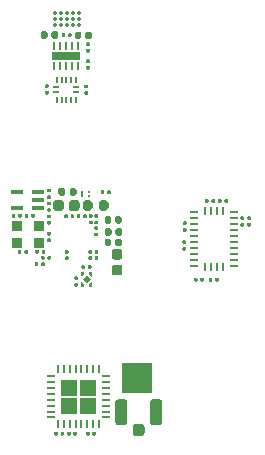
<source format=gbr>
G04 #@! TF.GenerationSoftware,KiCad,Pcbnew,(5.1.6)-1*
G04 #@! TF.CreationDate,2020-11-17T19:43:21-08:00*
G04 #@! TF.ProjectId,Miniscope-v4-Rigid-Flex,4d696e69-7363-46f7-9065-2d76342d5269,rev?*
G04 #@! TF.SameCoordinates,Original*
G04 #@! TF.FileFunction,Paste,Top*
G04 #@! TF.FilePolarity,Positive*
%FSLAX46Y46*%
G04 Gerber Fmt 4.6, Leading zero omitted, Abs format (unit mm)*
G04 Created by KiCad (PCBNEW (5.1.6)-1) date 2020-11-17 19:43:21*
%MOMM*%
%LPD*%
G01*
G04 APERTURE LIST*
%ADD10C,0.100000*%
%ADD11R,2.500000X2.500000*%
%ADD12R,0.680000X0.260000*%
%ADD13R,0.260000X0.680000*%
%ADD14R,1.350000X1.350000*%
%ADD15R,0.254000X0.675000*%
%ADD16R,0.675000X0.254000*%
%ADD17R,0.990000X0.340000*%
%ADD18R,0.880000X0.830000*%
%ADD19R,0.280000X0.170000*%
%ADD20R,0.280000X0.520000*%
%ADD21R,0.610000X0.220000*%
%ADD22R,0.220000X0.610000*%
%ADD23R,0.270000X0.640000*%
%ADD24R,2.390000X0.640000*%
%ADD25C,0.350000*%
G04 APERTURE END LIST*
D10*
G36*
X105631600Y-117442600D02*
G01*
X105811600Y-117262600D01*
X105881600Y-117262600D01*
X105881600Y-117662600D01*
X105631600Y-117662600D01*
X105631600Y-117442600D01*
G37*
G36*
X105231600Y-116582600D02*
G01*
X105051600Y-116762600D01*
X104981600Y-116762600D01*
X104981600Y-116362600D01*
X105231600Y-116362600D01*
X105231600Y-116582600D01*
G37*
G36*
X104981600Y-117262600D02*
G01*
X105051600Y-117262600D01*
X105231600Y-117442600D01*
X105231600Y-117662600D01*
X104981600Y-117662600D01*
X104981600Y-117262600D01*
G37*
G36*
X105881600Y-116832600D02*
G01*
X105631600Y-116582600D01*
X105631600Y-116362600D01*
X105881600Y-116362600D01*
X105881600Y-116832600D01*
G37*
G36*
X105431600Y-116673189D02*
G01*
X105771011Y-117012600D01*
X105431600Y-117352011D01*
X105092189Y-117012600D01*
X105431600Y-116673189D01*
G37*
G36*
G01*
X105836200Y-115878700D02*
X105836200Y-116063700D01*
G75*
G02*
X105758700Y-116141200I-77500J0D01*
G01*
X105603700Y-116141200D01*
G75*
G02*
X105526200Y-116063700I0J77500D01*
G01*
X105526200Y-115878700D01*
G75*
G02*
X105603700Y-115801200I77500J0D01*
G01*
X105758700Y-115801200D01*
G75*
G02*
X105836200Y-115878700I0J-77500D01*
G01*
G37*
G36*
G01*
X105286200Y-115878700D02*
X105286200Y-116063700D01*
G75*
G02*
X105208700Y-116141200I-77500J0D01*
G01*
X105053700Y-116141200D01*
G75*
G02*
X104976200Y-116063700I0J77500D01*
G01*
X104976200Y-115878700D01*
G75*
G02*
X105053700Y-115801200I77500J0D01*
G01*
X105208700Y-115801200D01*
G75*
G02*
X105286200Y-115878700I0J-77500D01*
G01*
G37*
G36*
G01*
X104635100Y-117070400D02*
X104450100Y-117070400D01*
G75*
G02*
X104372600Y-116992900I0J77500D01*
G01*
X104372600Y-116837900D01*
G75*
G02*
X104450100Y-116760400I77500J0D01*
G01*
X104635100Y-116760400D01*
G75*
G02*
X104712600Y-116837900I0J-77500D01*
G01*
X104712600Y-116992900D01*
G75*
G02*
X104635100Y-117070400I-77500J0D01*
G01*
G37*
G36*
G01*
X104635100Y-117620400D02*
X104450100Y-117620400D01*
G75*
G02*
X104372600Y-117542900I0J77500D01*
G01*
X104372600Y-117387900D01*
G75*
G02*
X104450100Y-117310400I77500J0D01*
G01*
X104635100Y-117310400D01*
G75*
G02*
X104712600Y-117387900I0J-77500D01*
G01*
X104712600Y-117542900D01*
G75*
G02*
X104635100Y-117620400I-77500J0D01*
G01*
G37*
G36*
G01*
X114811200Y-116945500D02*
X114811200Y-117130500D01*
G75*
G02*
X114733700Y-117208000I-77500J0D01*
G01*
X114578700Y-117208000D01*
G75*
G02*
X114501200Y-117130500I0J77500D01*
G01*
X114501200Y-116945500D01*
G75*
G02*
X114578700Y-116868000I77500J0D01*
G01*
X114733700Y-116868000D01*
G75*
G02*
X114811200Y-116945500I0J-77500D01*
G01*
G37*
G36*
G01*
X115361200Y-116945500D02*
X115361200Y-117130500D01*
G75*
G02*
X115283700Y-117208000I-77500J0D01*
G01*
X115128700Y-117208000D01*
G75*
G02*
X115051200Y-117130500I0J77500D01*
G01*
X115051200Y-116945500D01*
G75*
G02*
X115128700Y-116868000I77500J0D01*
G01*
X115283700Y-116868000D01*
G75*
G02*
X115361200Y-116945500I0J-77500D01*
G01*
G37*
G36*
G01*
X116295800Y-117130500D02*
X116295800Y-116945500D01*
G75*
G02*
X116373300Y-116868000I77500J0D01*
G01*
X116528300Y-116868000D01*
G75*
G02*
X116605800Y-116945500I0J-77500D01*
G01*
X116605800Y-117130500D01*
G75*
G02*
X116528300Y-117208000I-77500J0D01*
G01*
X116373300Y-117208000D01*
G75*
G02*
X116295800Y-117130500I0J77500D01*
G01*
G37*
G36*
G01*
X115745800Y-117130500D02*
X115745800Y-116945500D01*
G75*
G02*
X115823300Y-116868000I77500J0D01*
G01*
X115978300Y-116868000D01*
G75*
G02*
X116055800Y-116945500I0J-77500D01*
G01*
X116055800Y-117130500D01*
G75*
G02*
X115978300Y-117208000I-77500J0D01*
G01*
X115823300Y-117208000D01*
G75*
G02*
X115745800Y-117130500I0J77500D01*
G01*
G37*
G36*
G01*
X102668600Y-130149900D02*
X102668600Y-129964900D01*
G75*
G02*
X102746100Y-129887400I77500J0D01*
G01*
X102901100Y-129887400D01*
G75*
G02*
X102978600Y-129964900I0J-77500D01*
G01*
X102978600Y-130149900D01*
G75*
G02*
X102901100Y-130227400I-77500J0D01*
G01*
X102746100Y-130227400D01*
G75*
G02*
X102668600Y-130149900I0J77500D01*
G01*
G37*
G36*
G01*
X103218600Y-130149900D02*
X103218600Y-129964900D01*
G75*
G02*
X103296100Y-129887400I77500J0D01*
G01*
X103451100Y-129887400D01*
G75*
G02*
X103528600Y-129964900I0J-77500D01*
G01*
X103528600Y-130149900D01*
G75*
G02*
X103451100Y-130227400I-77500J0D01*
G01*
X103296100Y-130227400D01*
G75*
G02*
X103218600Y-130149900I0J77500D01*
G01*
G37*
D11*
X109677400Y-125386600D03*
D12*
X102401800Y-125198400D03*
X102401800Y-125698400D03*
X102401800Y-126198400D03*
X102401800Y-126698400D03*
X102401800Y-127198400D03*
X102401800Y-127698400D03*
X102401800Y-128198400D03*
X102401800Y-128698400D03*
D13*
X102986800Y-129283400D03*
X103486800Y-129283400D03*
X103986800Y-129283400D03*
X104486800Y-129283400D03*
X104986800Y-129283400D03*
X105486800Y-129283400D03*
X105986800Y-129283400D03*
X106486800Y-129283400D03*
D12*
X107071800Y-128698400D03*
X107071800Y-128198400D03*
X107071800Y-127698400D03*
X107071800Y-127198400D03*
X107071800Y-126698400D03*
X107071800Y-126198400D03*
X107071800Y-125698400D03*
X107071800Y-125198400D03*
D13*
X106486800Y-124613400D03*
X105986800Y-124613400D03*
X105486800Y-124613400D03*
X104986800Y-124613400D03*
X104486800Y-124613400D03*
X103986800Y-124613400D03*
X103486800Y-124613400D03*
X102986800Y-124613400D03*
D14*
X103961800Y-127723400D03*
X105511800Y-127723400D03*
X103961800Y-126173400D03*
X105511800Y-126173400D03*
G36*
G01*
X109329800Y-130034300D02*
X109329800Y-129484300D01*
G75*
G02*
X109579800Y-129234300I250000J0D01*
G01*
X110079800Y-129234300D01*
G75*
G02*
X110329800Y-129484300I0J-250000D01*
G01*
X110329800Y-130034300D01*
G75*
G02*
X110079800Y-130284300I-250000J0D01*
G01*
X109579800Y-130284300D01*
G75*
G02*
X109329800Y-130034300I0J250000D01*
G01*
G37*
G36*
G01*
X107829800Y-129094300D02*
X107829800Y-127419300D01*
G75*
G02*
X108092300Y-127156800I262500J0D01*
G01*
X108617300Y-127156800D01*
G75*
G02*
X108879800Y-127419300I0J-262500D01*
G01*
X108879800Y-129094300D01*
G75*
G02*
X108617300Y-129356800I-262500J0D01*
G01*
X108092300Y-129356800D01*
G75*
G02*
X107829800Y-129094300I0J262500D01*
G01*
G37*
G36*
G01*
X110779800Y-129094300D02*
X110779800Y-127419300D01*
G75*
G02*
X111042300Y-127156800I262500J0D01*
G01*
X111567300Y-127156800D01*
G75*
G02*
X111829800Y-127419300I0J-262500D01*
G01*
X111829800Y-129094300D01*
G75*
G02*
X111567300Y-129356800I-262500J0D01*
G01*
X111042300Y-129356800D01*
G75*
G02*
X110779800Y-129094300I0J262500D01*
G01*
G37*
G36*
G01*
X117393200Y-110281300D02*
X117393200Y-110466300D01*
G75*
G02*
X117315700Y-110543800I-77500J0D01*
G01*
X117160700Y-110543800D01*
G75*
G02*
X117083200Y-110466300I0J77500D01*
G01*
X117083200Y-110281300D01*
G75*
G02*
X117160700Y-110203800I77500J0D01*
G01*
X117315700Y-110203800D01*
G75*
G02*
X117393200Y-110281300I0J-77500D01*
G01*
G37*
G36*
G01*
X116843200Y-110281300D02*
X116843200Y-110466300D01*
G75*
G02*
X116765700Y-110543800I-77500J0D01*
G01*
X116610700Y-110543800D01*
G75*
G02*
X116533200Y-110466300I0J77500D01*
G01*
X116533200Y-110281300D01*
G75*
G02*
X116610700Y-110203800I77500J0D01*
G01*
X116765700Y-110203800D01*
G75*
G02*
X116843200Y-110281300I0J-77500D01*
G01*
G37*
G36*
G01*
X118506700Y-111673800D02*
X118691700Y-111673800D01*
G75*
G02*
X118769200Y-111751300I0J-77500D01*
G01*
X118769200Y-111906300D01*
G75*
G02*
X118691700Y-111983800I-77500J0D01*
G01*
X118506700Y-111983800D01*
G75*
G02*
X118429200Y-111906300I0J77500D01*
G01*
X118429200Y-111751300D01*
G75*
G02*
X118506700Y-111673800I77500J0D01*
G01*
G37*
G36*
G01*
X118506700Y-112223800D02*
X118691700Y-112223800D01*
G75*
G02*
X118769200Y-112301300I0J-77500D01*
G01*
X118769200Y-112456300D01*
G75*
G02*
X118691700Y-112533800I-77500J0D01*
G01*
X118506700Y-112533800D01*
G75*
G02*
X118429200Y-112456300I0J77500D01*
G01*
X118429200Y-112301300D01*
G75*
G02*
X118506700Y-112223800I77500J0D01*
G01*
G37*
G36*
G01*
X119090900Y-111673800D02*
X119275900Y-111673800D01*
G75*
G02*
X119353400Y-111751300I0J-77500D01*
G01*
X119353400Y-111906300D01*
G75*
G02*
X119275900Y-111983800I-77500J0D01*
G01*
X119090900Y-111983800D01*
G75*
G02*
X119013400Y-111906300I0J77500D01*
G01*
X119013400Y-111751300D01*
G75*
G02*
X119090900Y-111673800I77500J0D01*
G01*
G37*
G36*
G01*
X119090900Y-112223800D02*
X119275900Y-112223800D01*
G75*
G02*
X119353400Y-112301300I0J-77500D01*
G01*
X119353400Y-112456300D01*
G75*
G02*
X119275900Y-112533800I-77500J0D01*
G01*
X119090900Y-112533800D01*
G75*
G02*
X119013400Y-112456300I0J77500D01*
G01*
X119013400Y-112301300D01*
G75*
G02*
X119090900Y-112223800I77500J0D01*
G01*
G37*
G36*
G01*
X116301000Y-110281300D02*
X116301000Y-110466300D01*
G75*
G02*
X116223500Y-110543800I-77500J0D01*
G01*
X116068500Y-110543800D01*
G75*
G02*
X115991000Y-110466300I0J77500D01*
G01*
X115991000Y-110281300D01*
G75*
G02*
X116068500Y-110203800I77500J0D01*
G01*
X116223500Y-110203800D01*
G75*
G02*
X116301000Y-110281300I0J-77500D01*
G01*
G37*
G36*
G01*
X115751000Y-110281300D02*
X115751000Y-110466300D01*
G75*
G02*
X115673500Y-110543800I-77500J0D01*
G01*
X115518500Y-110543800D01*
G75*
G02*
X115441000Y-110466300I0J77500D01*
G01*
X115441000Y-110281300D01*
G75*
G02*
X115518500Y-110203800I77500J0D01*
G01*
X115673500Y-110203800D01*
G75*
G02*
X115751000Y-110281300I0J-77500D01*
G01*
G37*
G36*
G01*
X113779100Y-114565800D02*
X113594100Y-114565800D01*
G75*
G02*
X113516600Y-114488300I0J77500D01*
G01*
X113516600Y-114333300D01*
G75*
G02*
X113594100Y-114255800I77500J0D01*
G01*
X113779100Y-114255800D01*
G75*
G02*
X113856600Y-114333300I0J-77500D01*
G01*
X113856600Y-114488300D01*
G75*
G02*
X113779100Y-114565800I-77500J0D01*
G01*
G37*
G36*
G01*
X113779100Y-114015800D02*
X113594100Y-114015800D01*
G75*
G02*
X113516600Y-113938300I0J77500D01*
G01*
X113516600Y-113783300D01*
G75*
G02*
X113594100Y-113705800I77500J0D01*
G01*
X113779100Y-113705800D01*
G75*
G02*
X113856600Y-113783300I0J-77500D01*
G01*
X113856600Y-113938300D01*
G75*
G02*
X113779100Y-114015800I-77500J0D01*
G01*
G37*
G36*
G01*
X113629900Y-112105600D02*
X113814900Y-112105600D01*
G75*
G02*
X113892400Y-112183100I0J-77500D01*
G01*
X113892400Y-112338100D01*
G75*
G02*
X113814900Y-112415600I-77500J0D01*
G01*
X113629900Y-112415600D01*
G75*
G02*
X113552400Y-112338100I0J77500D01*
G01*
X113552400Y-112183100D01*
G75*
G02*
X113629900Y-112105600I77500J0D01*
G01*
G37*
G36*
G01*
X113629900Y-112655600D02*
X113814900Y-112655600D01*
G75*
G02*
X113892400Y-112733100I0J-77500D01*
G01*
X113892400Y-112888100D01*
G75*
G02*
X113814900Y-112965600I-77500J0D01*
G01*
X113629900Y-112965600D01*
G75*
G02*
X113552400Y-112888100I0J77500D01*
G01*
X113552400Y-112733100D01*
G75*
G02*
X113629900Y-112655600I77500J0D01*
G01*
G37*
D15*
X115450200Y-115976100D03*
X115950200Y-115976100D03*
X116450200Y-115976100D03*
D16*
X114537700Y-115838600D03*
X114537700Y-115338600D03*
X114537700Y-114838600D03*
X114537700Y-114338600D03*
X114537700Y-113838600D03*
X114537700Y-113338600D03*
X114537700Y-112838600D03*
X114537700Y-112338600D03*
X114537700Y-111838600D03*
X117862700Y-115838600D03*
X117862700Y-115338600D03*
X117862700Y-114838600D03*
X117862700Y-114338600D03*
X117862700Y-113838600D03*
X117862700Y-113338600D03*
X117862700Y-112838600D03*
X117862700Y-112338600D03*
X117862700Y-111838600D03*
D15*
X115450200Y-111201100D03*
X115950200Y-111201100D03*
X116450200Y-111201100D03*
D16*
X117862700Y-111338600D03*
D15*
X116950200Y-111201100D03*
D16*
X114537700Y-111338600D03*
D15*
X116950200Y-115976100D03*
G36*
G01*
X105567000Y-114787100D02*
X105567000Y-114602100D01*
G75*
G02*
X105644500Y-114524600I77500J0D01*
G01*
X105799500Y-114524600D01*
G75*
G02*
X105877000Y-114602100I0J-77500D01*
G01*
X105877000Y-114787100D01*
G75*
G02*
X105799500Y-114864600I-77500J0D01*
G01*
X105644500Y-114864600D01*
G75*
G02*
X105567000Y-114787100I0J77500D01*
G01*
G37*
G36*
G01*
X106117000Y-114787100D02*
X106117000Y-114602100D01*
G75*
G02*
X106194500Y-114524600I77500J0D01*
G01*
X106349500Y-114524600D01*
G75*
G02*
X106427000Y-114602100I0J-77500D01*
G01*
X106427000Y-114787100D01*
G75*
G02*
X106349500Y-114864600I-77500J0D01*
G01*
X106194500Y-114864600D01*
G75*
G02*
X106117000Y-114787100I0J77500D01*
G01*
G37*
G36*
G01*
X106133100Y-112512000D02*
X106318100Y-112512000D01*
G75*
G02*
X106395600Y-112589500I0J-77500D01*
G01*
X106395600Y-112744500D01*
G75*
G02*
X106318100Y-112822000I-77500J0D01*
G01*
X106133100Y-112822000D01*
G75*
G02*
X106055600Y-112744500I0J77500D01*
G01*
X106055600Y-112589500D01*
G75*
G02*
X106133100Y-112512000I77500J0D01*
G01*
G37*
G36*
G01*
X106133100Y-113062000D02*
X106318100Y-113062000D01*
G75*
G02*
X106395600Y-113139500I0J-77500D01*
G01*
X106395600Y-113294500D01*
G75*
G02*
X106318100Y-113372000I-77500J0D01*
G01*
X106133100Y-113372000D01*
G75*
G02*
X106055600Y-113294500I0J77500D01*
G01*
X106055600Y-113139500D01*
G75*
G02*
X106133100Y-113062000I77500J0D01*
G01*
G37*
G36*
G01*
X105675900Y-111496000D02*
X105860900Y-111496000D01*
G75*
G02*
X105938400Y-111573500I0J-77500D01*
G01*
X105938400Y-111728500D01*
G75*
G02*
X105860900Y-111806000I-77500J0D01*
G01*
X105675900Y-111806000D01*
G75*
G02*
X105598400Y-111728500I0J77500D01*
G01*
X105598400Y-111573500D01*
G75*
G02*
X105675900Y-111496000I77500J0D01*
G01*
G37*
G36*
G01*
X105675900Y-112046000D02*
X105860900Y-112046000D01*
G75*
G02*
X105938400Y-112123500I0J-77500D01*
G01*
X105938400Y-112278500D01*
G75*
G02*
X105860900Y-112356000I-77500J0D01*
G01*
X105675900Y-112356000D01*
G75*
G02*
X105598400Y-112278500I0J77500D01*
G01*
X105598400Y-112123500D01*
G75*
G02*
X105675900Y-112046000I77500J0D01*
G01*
G37*
G36*
G01*
X106938400Y-112146800D02*
X106938400Y-111806800D01*
G75*
G02*
X107083400Y-111661800I145000J0D01*
G01*
X107373400Y-111661800D01*
G75*
G02*
X107518400Y-111806800I0J-145000D01*
G01*
X107518400Y-112146800D01*
G75*
G02*
X107373400Y-112291800I-145000J0D01*
G01*
X107083400Y-112291800D01*
G75*
G02*
X106938400Y-112146800I0J145000D01*
G01*
G37*
G36*
G01*
X107828400Y-112146800D02*
X107828400Y-111806800D01*
G75*
G02*
X107973400Y-111661800I145000J0D01*
G01*
X108263400Y-111661800D01*
G75*
G02*
X108408400Y-111806800I0J-145000D01*
G01*
X108408400Y-112146800D01*
G75*
G02*
X108263400Y-112291800I-145000J0D01*
G01*
X107973400Y-112291800D01*
G75*
G02*
X107828400Y-112146800I0J145000D01*
G01*
G37*
G36*
G01*
X101020400Y-115828500D02*
X101020400Y-115643500D01*
G75*
G02*
X101097900Y-115566000I77500J0D01*
G01*
X101252900Y-115566000D01*
G75*
G02*
X101330400Y-115643500I0J-77500D01*
G01*
X101330400Y-115828500D01*
G75*
G02*
X101252900Y-115906000I-77500J0D01*
G01*
X101097900Y-115906000D01*
G75*
G02*
X101020400Y-115828500I0J77500D01*
G01*
G37*
G36*
G01*
X101570400Y-115828500D02*
X101570400Y-115643500D01*
G75*
G02*
X101647900Y-115566000I77500J0D01*
G01*
X101802900Y-115566000D01*
G75*
G02*
X101880400Y-115643500I0J-77500D01*
G01*
X101880400Y-115828500D01*
G75*
G02*
X101802900Y-115906000I-77500J0D01*
G01*
X101647900Y-115906000D01*
G75*
G02*
X101570400Y-115828500I0J77500D01*
G01*
G37*
D17*
X99499000Y-110950400D03*
X99499000Y-109650400D03*
X101319000Y-109650400D03*
X101319000Y-110300400D03*
X101319000Y-110950400D03*
G36*
G01*
X103509600Y-111764500D02*
X103509600Y-111579500D01*
G75*
G02*
X103587100Y-111502000I77500J0D01*
G01*
X103742100Y-111502000D01*
G75*
G02*
X103819600Y-111579500I0J-77500D01*
G01*
X103819600Y-111764500D01*
G75*
G02*
X103742100Y-111842000I-77500J0D01*
G01*
X103587100Y-111842000D01*
G75*
G02*
X103509600Y-111764500I0J77500D01*
G01*
G37*
G36*
G01*
X104059600Y-111764500D02*
X104059600Y-111579500D01*
G75*
G02*
X104137100Y-111502000I77500J0D01*
G01*
X104292100Y-111502000D01*
G75*
G02*
X104369600Y-111579500I0J-77500D01*
G01*
X104369600Y-111764500D01*
G75*
G02*
X104292100Y-111842000I-77500J0D01*
G01*
X104137100Y-111842000D01*
G75*
G02*
X104059600Y-111764500I0J77500D01*
G01*
G37*
G36*
G01*
X102145300Y-112994600D02*
X102330300Y-112994600D01*
G75*
G02*
X102407800Y-113072100I0J-77500D01*
G01*
X102407800Y-113227100D01*
G75*
G02*
X102330300Y-113304600I-77500J0D01*
G01*
X102145300Y-113304600D01*
G75*
G02*
X102067800Y-113227100I0J77500D01*
G01*
X102067800Y-113072100D01*
G75*
G02*
X102145300Y-112994600I77500J0D01*
G01*
G37*
G36*
G01*
X102145300Y-113544600D02*
X102330300Y-113544600D01*
G75*
G02*
X102407800Y-113622100I0J-77500D01*
G01*
X102407800Y-113777100D01*
G75*
G02*
X102330300Y-113854600I-77500J0D01*
G01*
X102145300Y-113854600D01*
G75*
G02*
X102067800Y-113777100I0J77500D01*
G01*
X102067800Y-113622100D01*
G75*
G02*
X102145300Y-113544600I77500J0D01*
G01*
G37*
G36*
G01*
X103643900Y-114518600D02*
X103828900Y-114518600D01*
G75*
G02*
X103906400Y-114596100I0J-77500D01*
G01*
X103906400Y-114751100D01*
G75*
G02*
X103828900Y-114828600I-77500J0D01*
G01*
X103643900Y-114828600D01*
G75*
G02*
X103566400Y-114751100I0J77500D01*
G01*
X103566400Y-114596100D01*
G75*
G02*
X103643900Y-114518600I77500J0D01*
G01*
G37*
G36*
G01*
X103643900Y-115068600D02*
X103828900Y-115068600D01*
G75*
G02*
X103906400Y-115146100I0J-77500D01*
G01*
X103906400Y-115301100D01*
G75*
G02*
X103828900Y-115378600I-77500J0D01*
G01*
X103643900Y-115378600D01*
G75*
G02*
X103566400Y-115301100I0J77500D01*
G01*
X103566400Y-115146100D01*
G75*
G02*
X103643900Y-115068600I77500J0D01*
G01*
G37*
G36*
G01*
X106158500Y-111496000D02*
X106343500Y-111496000D01*
G75*
G02*
X106421000Y-111573500I0J-77500D01*
G01*
X106421000Y-111728500D01*
G75*
G02*
X106343500Y-111806000I-77500J0D01*
G01*
X106158500Y-111806000D01*
G75*
G02*
X106081000Y-111728500I0J77500D01*
G01*
X106081000Y-111573500D01*
G75*
G02*
X106158500Y-111496000I77500J0D01*
G01*
G37*
G36*
G01*
X106158500Y-112046000D02*
X106343500Y-112046000D01*
G75*
G02*
X106421000Y-112123500I0J-77500D01*
G01*
X106421000Y-112278500D01*
G75*
G02*
X106343500Y-112356000I-77500J0D01*
G01*
X106158500Y-112356000D01*
G75*
G02*
X106081000Y-112278500I0J77500D01*
G01*
X106081000Y-112123500D01*
G75*
G02*
X106158500Y-112046000I77500J0D01*
G01*
G37*
G36*
G01*
X102145300Y-109337000D02*
X102330300Y-109337000D01*
G75*
G02*
X102407800Y-109414500I0J-77500D01*
G01*
X102407800Y-109569500D01*
G75*
G02*
X102330300Y-109647000I-77500J0D01*
G01*
X102145300Y-109647000D01*
G75*
G02*
X102067800Y-109569500I0J77500D01*
G01*
X102067800Y-109414500D01*
G75*
G02*
X102145300Y-109337000I77500J0D01*
G01*
G37*
G36*
G01*
X102145300Y-109887000D02*
X102330300Y-109887000D01*
G75*
G02*
X102407800Y-109964500I0J-77500D01*
G01*
X102407800Y-110119500D01*
G75*
G02*
X102330300Y-110197000I-77500J0D01*
G01*
X102145300Y-110197000D01*
G75*
G02*
X102067800Y-110119500I0J77500D01*
G01*
X102067800Y-109964500D01*
G75*
G02*
X102145300Y-109887000I77500J0D01*
G01*
G37*
G36*
G01*
X102330300Y-112381400D02*
X102145300Y-112381400D01*
G75*
G02*
X102067800Y-112303900I0J77500D01*
G01*
X102067800Y-112148900D01*
G75*
G02*
X102145300Y-112071400I77500J0D01*
G01*
X102330300Y-112071400D01*
G75*
G02*
X102407800Y-112148900I0J-77500D01*
G01*
X102407800Y-112303900D01*
G75*
G02*
X102330300Y-112381400I-77500J0D01*
G01*
G37*
G36*
G01*
X102330300Y-111831400D02*
X102145300Y-111831400D01*
G75*
G02*
X102067800Y-111753900I0J77500D01*
G01*
X102067800Y-111598900D01*
G75*
G02*
X102145300Y-111521400I77500J0D01*
G01*
X102330300Y-111521400D01*
G75*
G02*
X102407800Y-111598900I0J-77500D01*
G01*
X102407800Y-111753900D01*
G75*
G02*
X102330300Y-111831400I-77500J0D01*
G01*
G37*
G36*
G01*
X101553800Y-115269700D02*
X101553800Y-115084700D01*
G75*
G02*
X101631300Y-115007200I77500J0D01*
G01*
X101786300Y-115007200D01*
G75*
G02*
X101863800Y-115084700I0J-77500D01*
G01*
X101863800Y-115269700D01*
G75*
G02*
X101786300Y-115347200I-77500J0D01*
G01*
X101631300Y-115347200D01*
G75*
G02*
X101553800Y-115269700I0J77500D01*
G01*
G37*
G36*
G01*
X102103800Y-115269700D02*
X102103800Y-115084700D01*
G75*
G02*
X102181300Y-115007200I77500J0D01*
G01*
X102336300Y-115007200D01*
G75*
G02*
X102413800Y-115084700I0J-77500D01*
G01*
X102413800Y-115269700D01*
G75*
G02*
X102336300Y-115347200I-77500J0D01*
G01*
X102181300Y-115347200D01*
G75*
G02*
X102103800Y-115269700I0J77500D01*
G01*
G37*
G36*
G01*
X102330300Y-111289200D02*
X102145300Y-111289200D01*
G75*
G02*
X102067800Y-111211700I0J77500D01*
G01*
X102067800Y-111056700D01*
G75*
G02*
X102145300Y-110979200I77500J0D01*
G01*
X102330300Y-110979200D01*
G75*
G02*
X102407800Y-111056700I0J-77500D01*
G01*
X102407800Y-111211700D01*
G75*
G02*
X102330300Y-111289200I-77500J0D01*
G01*
G37*
G36*
G01*
X102330300Y-110739200D02*
X102145300Y-110739200D01*
G75*
G02*
X102067800Y-110661700I0J77500D01*
G01*
X102067800Y-110506700D01*
G75*
G02*
X102145300Y-110429200I77500J0D01*
G01*
X102330300Y-110429200D01*
G75*
G02*
X102407800Y-110506700I0J-77500D01*
G01*
X102407800Y-110661700D01*
G75*
G02*
X102330300Y-110739200I-77500J0D01*
G01*
G37*
G36*
G01*
X105567000Y-115295100D02*
X105567000Y-115110100D01*
G75*
G02*
X105644500Y-115032600I77500J0D01*
G01*
X105799500Y-115032600D01*
G75*
G02*
X105877000Y-115110100I0J-77500D01*
G01*
X105877000Y-115295100D01*
G75*
G02*
X105799500Y-115372600I-77500J0D01*
G01*
X105644500Y-115372600D01*
G75*
G02*
X105567000Y-115295100I0J77500D01*
G01*
G37*
G36*
G01*
X106117000Y-115295100D02*
X106117000Y-115110100D01*
G75*
G02*
X106194500Y-115032600I77500J0D01*
G01*
X106349500Y-115032600D01*
G75*
G02*
X106427000Y-115110100I0J-77500D01*
G01*
X106427000Y-115295100D01*
G75*
G02*
X106349500Y-115372600I-77500J0D01*
G01*
X106194500Y-115372600D01*
G75*
G02*
X106117000Y-115295100I0J77500D01*
G01*
G37*
G36*
G01*
X100182200Y-111713700D02*
X100182200Y-111528700D01*
G75*
G02*
X100259700Y-111451200I77500J0D01*
G01*
X100414700Y-111451200D01*
G75*
G02*
X100492200Y-111528700I0J-77500D01*
G01*
X100492200Y-111713700D01*
G75*
G02*
X100414700Y-111791200I-77500J0D01*
G01*
X100259700Y-111791200D01*
G75*
G02*
X100182200Y-111713700I0J77500D01*
G01*
G37*
G36*
G01*
X100732200Y-111713700D02*
X100732200Y-111528700D01*
G75*
G02*
X100809700Y-111451200I77500J0D01*
G01*
X100964700Y-111451200D01*
G75*
G02*
X101042200Y-111528700I0J-77500D01*
G01*
X101042200Y-111713700D01*
G75*
G02*
X100964700Y-111791200I-77500J0D01*
G01*
X100809700Y-111791200D01*
G75*
G02*
X100732200Y-111713700I0J77500D01*
G01*
G37*
G36*
G01*
X105436400Y-111579500D02*
X105436400Y-111764500D01*
G75*
G02*
X105358900Y-111842000I-77500J0D01*
G01*
X105203900Y-111842000D01*
G75*
G02*
X105126400Y-111764500I0J77500D01*
G01*
X105126400Y-111579500D01*
G75*
G02*
X105203900Y-111502000I77500J0D01*
G01*
X105358900Y-111502000D01*
G75*
G02*
X105436400Y-111579500I0J-77500D01*
G01*
G37*
G36*
G01*
X104886400Y-111579500D02*
X104886400Y-111764500D01*
G75*
G02*
X104808900Y-111842000I-77500J0D01*
G01*
X104653900Y-111842000D01*
G75*
G02*
X104576400Y-111764500I0J77500D01*
G01*
X104576400Y-111579500D01*
G75*
G02*
X104653900Y-111502000I77500J0D01*
G01*
X104808900Y-111502000D01*
G75*
G02*
X104886400Y-111579500I0J-77500D01*
G01*
G37*
G36*
G01*
X107828400Y-114051800D02*
X107828400Y-113711800D01*
G75*
G02*
X107973400Y-113566800I145000J0D01*
G01*
X108263400Y-113566800D01*
G75*
G02*
X108408400Y-113711800I0J-145000D01*
G01*
X108408400Y-114051800D01*
G75*
G02*
X108263400Y-114196800I-145000J0D01*
G01*
X107973400Y-114196800D01*
G75*
G02*
X107828400Y-114051800I0J145000D01*
G01*
G37*
G36*
G01*
X106938400Y-114051800D02*
X106938400Y-113711800D01*
G75*
G02*
X107083400Y-113566800I145000J0D01*
G01*
X107373400Y-113566800D01*
G75*
G02*
X107518400Y-113711800I0J-145000D01*
G01*
X107518400Y-114051800D01*
G75*
G02*
X107373400Y-114196800I-145000J0D01*
G01*
X107083400Y-114196800D01*
G75*
G02*
X106938400Y-114051800I0J145000D01*
G01*
G37*
G36*
G01*
X101066800Y-114761700D02*
X101066800Y-114576700D01*
G75*
G02*
X101144300Y-114499200I77500J0D01*
G01*
X101299300Y-114499200D01*
G75*
G02*
X101376800Y-114576700I0J-77500D01*
G01*
X101376800Y-114761700D01*
G75*
G02*
X101299300Y-114839200I-77500J0D01*
G01*
X101144300Y-114839200D01*
G75*
G02*
X101066800Y-114761700I0J77500D01*
G01*
G37*
G36*
G01*
X101616800Y-114761700D02*
X101616800Y-114576700D01*
G75*
G02*
X101694300Y-114499200I77500J0D01*
G01*
X101849300Y-114499200D01*
G75*
G02*
X101926800Y-114576700I0J-77500D01*
G01*
X101926800Y-114761700D01*
G75*
G02*
X101849300Y-114839200I-77500J0D01*
G01*
X101694300Y-114839200D01*
G75*
G02*
X101616800Y-114761700I0J77500D01*
G01*
G37*
D18*
X99489400Y-113890600D03*
X101379400Y-113890600D03*
X101379400Y-112450600D03*
X99489400Y-112450600D03*
G36*
G01*
X106608400Y-109732500D02*
X106608400Y-109547500D01*
G75*
G02*
X106685900Y-109470000I77500J0D01*
G01*
X106840900Y-109470000D01*
G75*
G02*
X106918400Y-109547500I0J-77500D01*
G01*
X106918400Y-109732500D01*
G75*
G02*
X106840900Y-109810000I-77500J0D01*
G01*
X106685900Y-109810000D01*
G75*
G02*
X106608400Y-109732500I0J77500D01*
G01*
G37*
G36*
G01*
X107158400Y-109732500D02*
X107158400Y-109547500D01*
G75*
G02*
X107235900Y-109470000I77500J0D01*
G01*
X107390900Y-109470000D01*
G75*
G02*
X107468400Y-109547500I0J-77500D01*
G01*
X107468400Y-109732500D01*
G75*
G02*
X107390900Y-109810000I-77500J0D01*
G01*
X107235900Y-109810000D01*
G75*
G02*
X107158400Y-109732500I0J77500D01*
G01*
G37*
G36*
G01*
X103760800Y-130149900D02*
X103760800Y-129964900D01*
G75*
G02*
X103838300Y-129887400I77500J0D01*
G01*
X103993300Y-129887400D01*
G75*
G02*
X104070800Y-129964900I0J-77500D01*
G01*
X104070800Y-130149900D01*
G75*
G02*
X103993300Y-130227400I-77500J0D01*
G01*
X103838300Y-130227400D01*
G75*
G02*
X103760800Y-130149900I0J77500D01*
G01*
G37*
G36*
G01*
X104310800Y-130149900D02*
X104310800Y-129964900D01*
G75*
G02*
X104388300Y-129887400I77500J0D01*
G01*
X104543300Y-129887400D01*
G75*
G02*
X104620800Y-129964900I0J-77500D01*
G01*
X104620800Y-130149900D01*
G75*
G02*
X104543300Y-130227400I-77500J0D01*
G01*
X104388300Y-130227400D01*
G75*
G02*
X104310800Y-130149900I0J77500D01*
G01*
G37*
G36*
G01*
X106217200Y-129967700D02*
X106217200Y-130152700D01*
G75*
G02*
X106139700Y-130230200I-77500J0D01*
G01*
X105984700Y-130230200D01*
G75*
G02*
X105907200Y-130152700I0J77500D01*
G01*
X105907200Y-129967700D01*
G75*
G02*
X105984700Y-129890200I77500J0D01*
G01*
X106139700Y-129890200D01*
G75*
G02*
X106217200Y-129967700I0J-77500D01*
G01*
G37*
G36*
G01*
X105667200Y-129967700D02*
X105667200Y-130152700D01*
G75*
G02*
X105589700Y-130230200I-77500J0D01*
G01*
X105434700Y-130230200D01*
G75*
G02*
X105357200Y-130152700I0J77500D01*
G01*
X105357200Y-129967700D01*
G75*
G02*
X105434700Y-129890200I77500J0D01*
G01*
X105589700Y-129890200D01*
G75*
G02*
X105667200Y-129967700I0J-77500D01*
G01*
G37*
G36*
G01*
X99614600Y-111713700D02*
X99614600Y-111528700D01*
G75*
G02*
X99692100Y-111451200I77500J0D01*
G01*
X99847100Y-111451200D01*
G75*
G02*
X99924600Y-111528700I0J-77500D01*
G01*
X99924600Y-111713700D01*
G75*
G02*
X99847100Y-111791200I-77500J0D01*
G01*
X99692100Y-111791200D01*
G75*
G02*
X99614600Y-111713700I0J77500D01*
G01*
G37*
G36*
G01*
X99064600Y-111713700D02*
X99064600Y-111528700D01*
G75*
G02*
X99142100Y-111451200I77500J0D01*
G01*
X99297100Y-111451200D01*
G75*
G02*
X99374600Y-111528700I0J-77500D01*
G01*
X99374600Y-111713700D01*
G75*
G02*
X99297100Y-111791200I-77500J0D01*
G01*
X99142100Y-111791200D01*
G75*
G02*
X99064600Y-111713700I0J77500D01*
G01*
G37*
G36*
G01*
X102601000Y-110995100D02*
X102601000Y-110520100D01*
G75*
G02*
X102823500Y-110297600I222500J0D01*
G01*
X103268500Y-110297600D01*
G75*
G02*
X103491000Y-110520100I0J-222500D01*
G01*
X103491000Y-110995100D01*
G75*
G02*
X103268500Y-111217600I-222500J0D01*
G01*
X102823500Y-111217600D01*
G75*
G02*
X102601000Y-110995100I0J222500D01*
G01*
G37*
G36*
G01*
X103931000Y-110995100D02*
X103931000Y-110520100D01*
G75*
G02*
X104153500Y-110297600I222500J0D01*
G01*
X104598500Y-110297600D01*
G75*
G02*
X104821000Y-110520100I0J-222500D01*
G01*
X104821000Y-110995100D01*
G75*
G02*
X104598500Y-111217600I-222500J0D01*
G01*
X104153500Y-111217600D01*
G75*
G02*
X103931000Y-110995100I0J222500D01*
G01*
G37*
G36*
G01*
X108234500Y-115333600D02*
X107759500Y-115333600D01*
G75*
G02*
X107537000Y-115111100I0J222500D01*
G01*
X107537000Y-114666100D01*
G75*
G02*
X107759500Y-114443600I222500J0D01*
G01*
X108234500Y-114443600D01*
G75*
G02*
X108457000Y-114666100I0J-222500D01*
G01*
X108457000Y-115111100D01*
G75*
G02*
X108234500Y-115333600I-222500J0D01*
G01*
G37*
G36*
G01*
X108234500Y-116663600D02*
X107759500Y-116663600D01*
G75*
G02*
X107537000Y-116441100I0J222500D01*
G01*
X107537000Y-115996100D01*
G75*
G02*
X107759500Y-115773600I222500J0D01*
G01*
X108234500Y-115773600D01*
G75*
G02*
X108457000Y-115996100I0J-222500D01*
G01*
X108457000Y-116441100D01*
G75*
G02*
X108234500Y-116663600I-222500J0D01*
G01*
G37*
G36*
G01*
X106475200Y-110990100D02*
X106475200Y-110525100D01*
G75*
G02*
X106677700Y-110322600I202500J0D01*
G01*
X107082700Y-110322600D01*
G75*
G02*
X107285200Y-110525100I0J-202500D01*
G01*
X107285200Y-110990100D01*
G75*
G02*
X107082700Y-111192600I-202500J0D01*
G01*
X106677700Y-111192600D01*
G75*
G02*
X106475200Y-110990100I0J202500D01*
G01*
G37*
G36*
G01*
X105115200Y-110990100D02*
X105115200Y-110525100D01*
G75*
G02*
X105317700Y-110322600I202500J0D01*
G01*
X105722700Y-110322600D01*
G75*
G02*
X105925200Y-110525100I0J-202500D01*
G01*
X105925200Y-110990100D01*
G75*
G02*
X105722700Y-111192600I-202500J0D01*
G01*
X105317700Y-111192600D01*
G75*
G02*
X105115200Y-110990100I0J202500D01*
G01*
G37*
G36*
G01*
X106963800Y-113162800D02*
X106963800Y-112822800D01*
G75*
G02*
X107108800Y-112677800I145000J0D01*
G01*
X107398800Y-112677800D01*
G75*
G02*
X107543800Y-112822800I0J-145000D01*
G01*
X107543800Y-113162800D01*
G75*
G02*
X107398800Y-113307800I-145000J0D01*
G01*
X107108800Y-113307800D01*
G75*
G02*
X106963800Y-113162800I0J145000D01*
G01*
G37*
G36*
G01*
X107853800Y-113162800D02*
X107853800Y-112822800D01*
G75*
G02*
X107998800Y-112677800I145000J0D01*
G01*
X108288800Y-112677800D01*
G75*
G02*
X108433800Y-112822800I0J-145000D01*
G01*
X108433800Y-113162800D01*
G75*
G02*
X108288800Y-113307800I-145000J0D01*
G01*
X107998800Y-113307800D01*
G75*
G02*
X107853800Y-113162800I0J145000D01*
G01*
G37*
G36*
G01*
X99598000Y-114787100D02*
X99598000Y-114602100D01*
G75*
G02*
X99675500Y-114524600I77500J0D01*
G01*
X99830500Y-114524600D01*
G75*
G02*
X99908000Y-114602100I0J-77500D01*
G01*
X99908000Y-114787100D01*
G75*
G02*
X99830500Y-114864600I-77500J0D01*
G01*
X99675500Y-114864600D01*
G75*
G02*
X99598000Y-114787100I0J77500D01*
G01*
G37*
G36*
G01*
X100148000Y-114787100D02*
X100148000Y-114602100D01*
G75*
G02*
X100225500Y-114524600I77500J0D01*
G01*
X100380500Y-114524600D01*
G75*
G02*
X100458000Y-114602100I0J-77500D01*
G01*
X100458000Y-114787100D01*
G75*
G02*
X100380500Y-114864600I-77500J0D01*
G01*
X100225500Y-114864600D01*
G75*
G02*
X100148000Y-114787100I0J77500D01*
G01*
G37*
D19*
X105661600Y-109942000D03*
X105661600Y-109592000D03*
D20*
X105011600Y-109767000D03*
G36*
G01*
X104567200Y-109431300D02*
X104567200Y-109776300D01*
G75*
G02*
X104419700Y-109923800I-147500J0D01*
G01*
X104124700Y-109923800D01*
G75*
G02*
X103977200Y-109776300I0J147500D01*
G01*
X103977200Y-109431300D01*
G75*
G02*
X104124700Y-109283800I147500J0D01*
G01*
X104419700Y-109283800D01*
G75*
G02*
X104567200Y-109431300I0J-147500D01*
G01*
G37*
G36*
G01*
X103597200Y-109431300D02*
X103597200Y-109776300D01*
G75*
G02*
X103449700Y-109923800I-147500J0D01*
G01*
X103154700Y-109923800D01*
G75*
G02*
X103007200Y-109776300I0J147500D01*
G01*
X103007200Y-109431300D01*
G75*
G02*
X103154700Y-109283800I147500J0D01*
G01*
X103449700Y-109283800D01*
G75*
G02*
X103597200Y-109431300I0J-147500D01*
G01*
G37*
G36*
G01*
X102145900Y-101355000D02*
X101960900Y-101355000D01*
G75*
G02*
X101883400Y-101277500I0J77500D01*
G01*
X101883400Y-101122500D01*
G75*
G02*
X101960900Y-101045000I77500J0D01*
G01*
X102145900Y-101045000D01*
G75*
G02*
X102223400Y-101122500I0J-77500D01*
G01*
X102223400Y-101277500D01*
G75*
G02*
X102145900Y-101355000I-77500J0D01*
G01*
G37*
G36*
G01*
X102145900Y-100805000D02*
X101960900Y-100805000D01*
G75*
G02*
X101883400Y-100727500I0J77500D01*
G01*
X101883400Y-100572500D01*
G75*
G02*
X101960900Y-100495000I77500J0D01*
G01*
X102145900Y-100495000D01*
G75*
G02*
X102223400Y-100572500I0J-77500D01*
G01*
X102223400Y-100727500D01*
G75*
G02*
X102145900Y-100805000I-77500J0D01*
G01*
G37*
D21*
X104556000Y-100735800D03*
X104556000Y-101135800D03*
D22*
X104511000Y-101780800D03*
X104111000Y-101780800D03*
X103711000Y-101780800D03*
X103311000Y-101780800D03*
X102911000Y-101780800D03*
D21*
X102866000Y-101135800D03*
X102866000Y-100735800D03*
D22*
X102911000Y-100090800D03*
X103311000Y-100090800D03*
X103711000Y-100090800D03*
X104111000Y-100090800D03*
X104511000Y-100090800D03*
D23*
X104653600Y-97240200D03*
X104153600Y-97240200D03*
X103653600Y-97240200D03*
X103153600Y-97240200D03*
X102653600Y-97240200D03*
X102653600Y-98920200D03*
X103153600Y-98920200D03*
X103653600Y-98920200D03*
X104153600Y-98920200D03*
X104653600Y-98920200D03*
D24*
X103653600Y-98080200D03*
G36*
G01*
X105625700Y-99246800D02*
X105440700Y-99246800D01*
G75*
G02*
X105363200Y-99169300I0J77500D01*
G01*
X105363200Y-99014300D01*
G75*
G02*
X105440700Y-98936800I77500J0D01*
G01*
X105625700Y-98936800D01*
G75*
G02*
X105703200Y-99014300I0J-77500D01*
G01*
X105703200Y-99169300D01*
G75*
G02*
X105625700Y-99246800I-77500J0D01*
G01*
G37*
G36*
G01*
X105625700Y-98696800D02*
X105440700Y-98696800D01*
G75*
G02*
X105363200Y-98619300I0J77500D01*
G01*
X105363200Y-98464300D01*
G75*
G02*
X105440700Y-98386800I77500J0D01*
G01*
X105625700Y-98386800D01*
G75*
G02*
X105703200Y-98464300I0J-77500D01*
G01*
X105703200Y-98619300D01*
G75*
G02*
X105625700Y-98696800I-77500J0D01*
G01*
G37*
G36*
G01*
X105625700Y-97799000D02*
X105440700Y-97799000D01*
G75*
G02*
X105363200Y-97721500I0J77500D01*
G01*
X105363200Y-97566500D01*
G75*
G02*
X105440700Y-97489000I77500J0D01*
G01*
X105625700Y-97489000D01*
G75*
G02*
X105703200Y-97566500I0J-77500D01*
G01*
X105703200Y-97721500D01*
G75*
G02*
X105625700Y-97799000I-77500J0D01*
G01*
G37*
G36*
G01*
X105625700Y-97249000D02*
X105440700Y-97249000D01*
G75*
G02*
X105363200Y-97171500I0J77500D01*
G01*
X105363200Y-97016500D01*
G75*
G02*
X105440700Y-96939000I77500J0D01*
G01*
X105625700Y-96939000D01*
G75*
G02*
X105703200Y-97016500I0J-77500D01*
G01*
X105703200Y-97171500D01*
G75*
G02*
X105625700Y-97249000I-77500J0D01*
G01*
G37*
G36*
G01*
X105288300Y-100520400D02*
X105473300Y-100520400D01*
G75*
G02*
X105550800Y-100597900I0J-77500D01*
G01*
X105550800Y-100752900D01*
G75*
G02*
X105473300Y-100830400I-77500J0D01*
G01*
X105288300Y-100830400D01*
G75*
G02*
X105210800Y-100752900I0J77500D01*
G01*
X105210800Y-100597900D01*
G75*
G02*
X105288300Y-100520400I77500J0D01*
G01*
G37*
G36*
G01*
X105288300Y-101070400D02*
X105473300Y-101070400D01*
G75*
G02*
X105550800Y-101147900I0J-77500D01*
G01*
X105550800Y-101302900D01*
G75*
G02*
X105473300Y-101380400I-77500J0D01*
G01*
X105288300Y-101380400D01*
G75*
G02*
X105210800Y-101302900I0J77500D01*
G01*
X105210800Y-101147900D01*
G75*
G02*
X105288300Y-101070400I77500J0D01*
G01*
G37*
G36*
G01*
X104404000Y-96523000D02*
X104404000Y-96183000D01*
G75*
G02*
X104549000Y-96038000I145000J0D01*
G01*
X104839000Y-96038000D01*
G75*
G02*
X104984000Y-96183000I0J-145000D01*
G01*
X104984000Y-96523000D01*
G75*
G02*
X104839000Y-96668000I-145000J0D01*
G01*
X104549000Y-96668000D01*
G75*
G02*
X104404000Y-96523000I0J145000D01*
G01*
G37*
G36*
G01*
X105294000Y-96523000D02*
X105294000Y-96183000D01*
G75*
G02*
X105439000Y-96038000I145000J0D01*
G01*
X105729000Y-96038000D01*
G75*
G02*
X105874000Y-96183000I0J-145000D01*
G01*
X105874000Y-96523000D01*
G75*
G02*
X105729000Y-96668000I-145000J0D01*
G01*
X105439000Y-96668000D01*
G75*
G02*
X105294000Y-96523000I0J145000D01*
G01*
G37*
G36*
G01*
X103299800Y-96420100D02*
X103299800Y-96235100D01*
G75*
G02*
X103377300Y-96157600I77500J0D01*
G01*
X103532300Y-96157600D01*
G75*
G02*
X103609800Y-96235100I0J-77500D01*
G01*
X103609800Y-96420100D01*
G75*
G02*
X103532300Y-96497600I-77500J0D01*
G01*
X103377300Y-96497600D01*
G75*
G02*
X103299800Y-96420100I0J77500D01*
G01*
G37*
G36*
G01*
X103849800Y-96420100D02*
X103849800Y-96235100D01*
G75*
G02*
X103927300Y-96157600I77500J0D01*
G01*
X104082300Y-96157600D01*
G75*
G02*
X104159800Y-96235100I0J-77500D01*
G01*
X104159800Y-96420100D01*
G75*
G02*
X104082300Y-96497600I-77500J0D01*
G01*
X103927300Y-96497600D01*
G75*
G02*
X103849800Y-96420100I0J77500D01*
G01*
G37*
D25*
X102755200Y-94456000D03*
X103255200Y-94456000D03*
X103755200Y-94456000D03*
X104255200Y-94456000D03*
X104755200Y-94456000D03*
X102755200Y-94956000D03*
X103255200Y-94956000D03*
X103755200Y-94956000D03*
X104255200Y-94956000D03*
X104755200Y-94956000D03*
X102755200Y-95456000D03*
X103255200Y-95456000D03*
X103755200Y-95456000D03*
X104255200Y-95456000D03*
X104755200Y-95456000D03*
G36*
G01*
X103017000Y-96157600D02*
X103017000Y-96497600D01*
G75*
G02*
X102872000Y-96642600I-145000J0D01*
G01*
X102582000Y-96642600D01*
G75*
G02*
X102437000Y-96497600I0J145000D01*
G01*
X102437000Y-96157600D01*
G75*
G02*
X102582000Y-96012600I145000J0D01*
G01*
X102872000Y-96012600D01*
G75*
G02*
X103017000Y-96157600I0J-145000D01*
G01*
G37*
G36*
G01*
X102127000Y-96157600D02*
X102127000Y-96497600D01*
G75*
G02*
X101982000Y-96642600I-145000J0D01*
G01*
X101692000Y-96642600D01*
G75*
G02*
X101547000Y-96497600I0J145000D01*
G01*
X101547000Y-96157600D01*
G75*
G02*
X101692000Y-96012600I145000J0D01*
G01*
X101982000Y-96012600D01*
G75*
G02*
X102127000Y-96157600I0J-145000D01*
G01*
G37*
M02*

</source>
